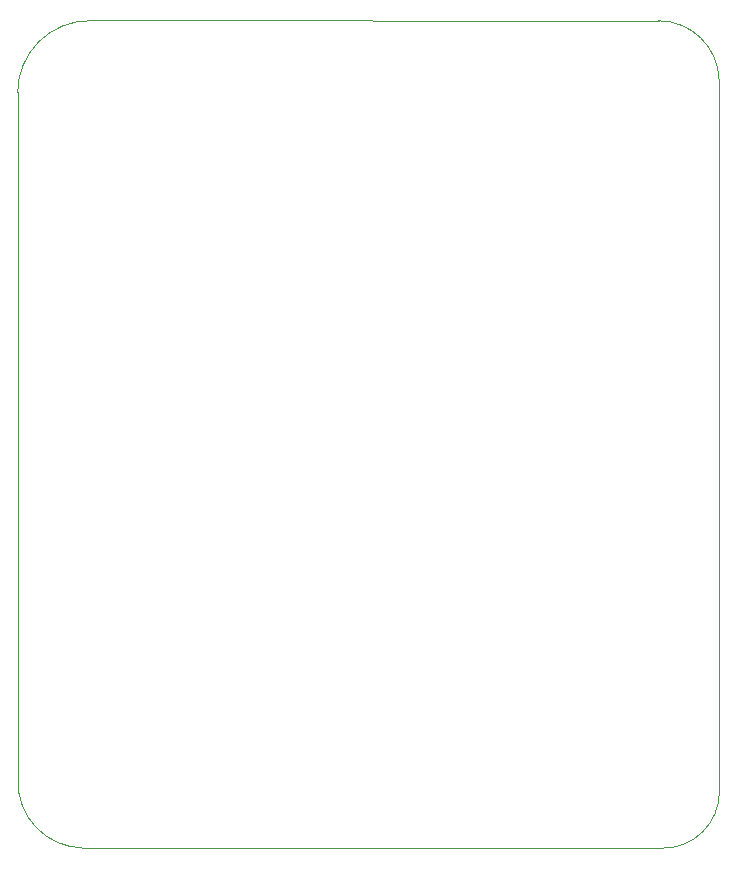
<source format=gbr>
%FSTAX23Y23*%
%MOIN*%
%SFA1B1*%

%IPPOS*%
%ADD39C,0.001000*%
G54D39*
X01215Y01111D02*
D01*
D01*
G75*
G02X01001Y01336I00005J00219D01*
G74*G01*
X01Y03629*
D01*
D01*
G75*
G02X0124Y03869I00239J0D01*
G74*G01*
X03136Y03868*
D01*
D01*
G75*
G02X03338Y0367I0J-00202D01*
G74*G01*
X03339Y01298*
D01*
D01*
G75*
G02X03151Y0111I-00188J0D01*
G74*G01*
X01215Y01111*
M02*
</source>
